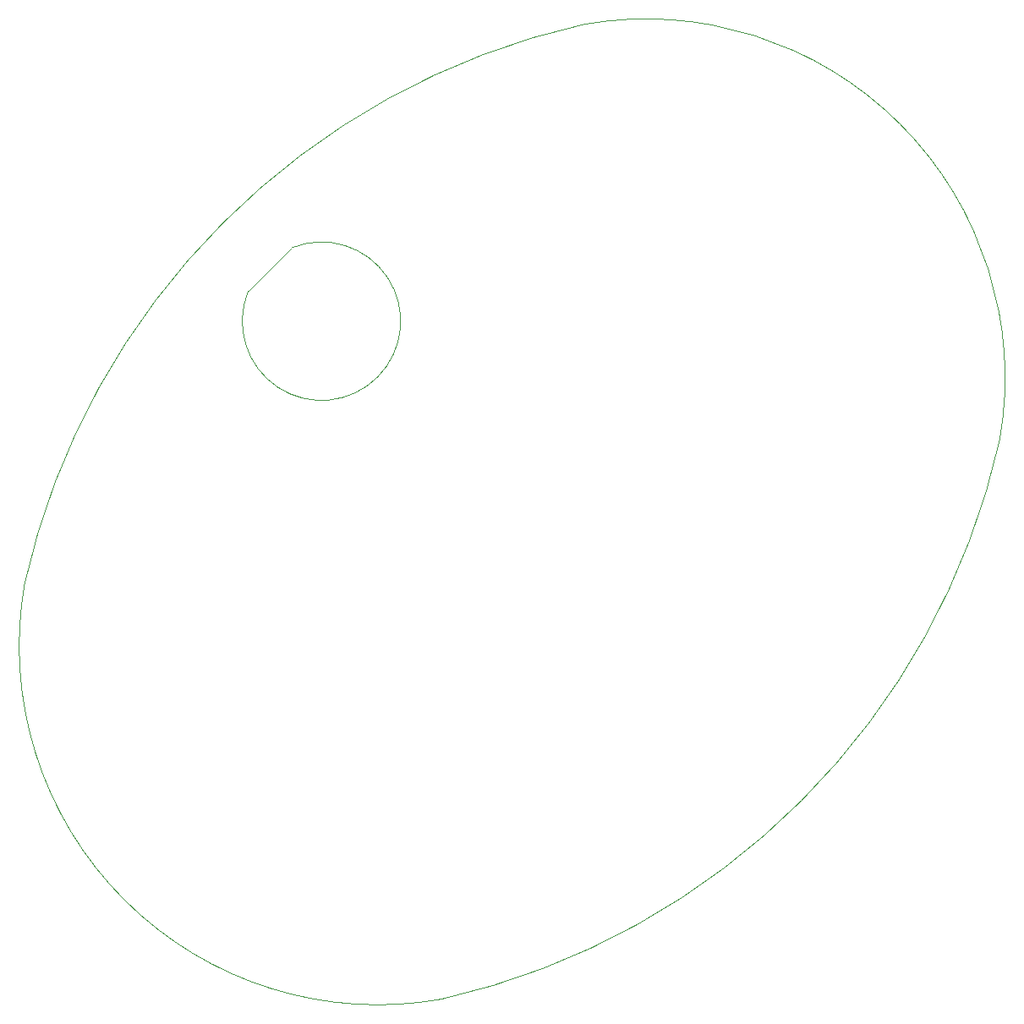
<source format=gbr>
G04 #@! TF.GenerationSoftware,KiCad,Pcbnew,9.0.2*
G04 #@! TF.CreationDate,2025-09-26T14:37:57-04:00*
G04 #@! TF.ProjectId,Trackball,54726163-6b62-4616-9c6c-2e6b69636164,rev?*
G04 #@! TF.SameCoordinates,Original*
G04 #@! TF.FileFunction,Profile,NP*
%FSLAX46Y46*%
G04 Gerber Fmt 4.6, Leading zero omitted, Abs format (unit mm)*
G04 Created by KiCad (PCBNEW 9.0.2) date 2025-09-26 14:37:57*
%MOMM*%
%LPD*%
G01*
G04 APERTURE LIST*
G04 #@! TA.AperFunction,Profile*
%ADD10C,0.050000*%
G04 #@! TD*
G04 APERTURE END LIST*
D10*
X266137835Y-81579488D02*
G75*
G02*
X210242661Y-137591287I-72158631J16113091D01*
G01*
X224536352Y-39982157D02*
G75*
G02*
X266132454Y-81578511I6212405J-35383735D01*
G01*
X168501798Y-95992969D02*
G75*
G02*
X224536351Y-39982157I72146453J-16142475D01*
G01*
X210242660Y-137591288D02*
G75*
G02*
X168501797Y-95992968I-6363961J35355339D01*
G01*
X195251996Y-62355127D02*
X190867934Y-66739189D01*
X195251995Y-62355128D02*
G75*
G02*
X190867936Y-66739188I2969850J-7353909D01*
G01*
M02*

</source>
